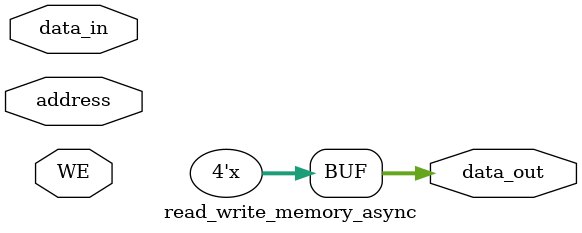
<source format=v>
module read_write_memory_async(
    input [1:0] address,
    input [3:0] data_in,
    input WE,
    output reg [3:0] data_out
);
    reg [3:0] RW [0:3];

        initial begin
        RW[0] = 4'b1110;
        RW[1] = 4'b0010;
        RW[2] = 4'b1111;
        RW[3] = 4'b0100;
    end

    always@(address or WE or data_in) begin
        if(WE)
            RW[address] = data_in;
        else   
            data_out = RW[address];
    end
endmodule
</source>
